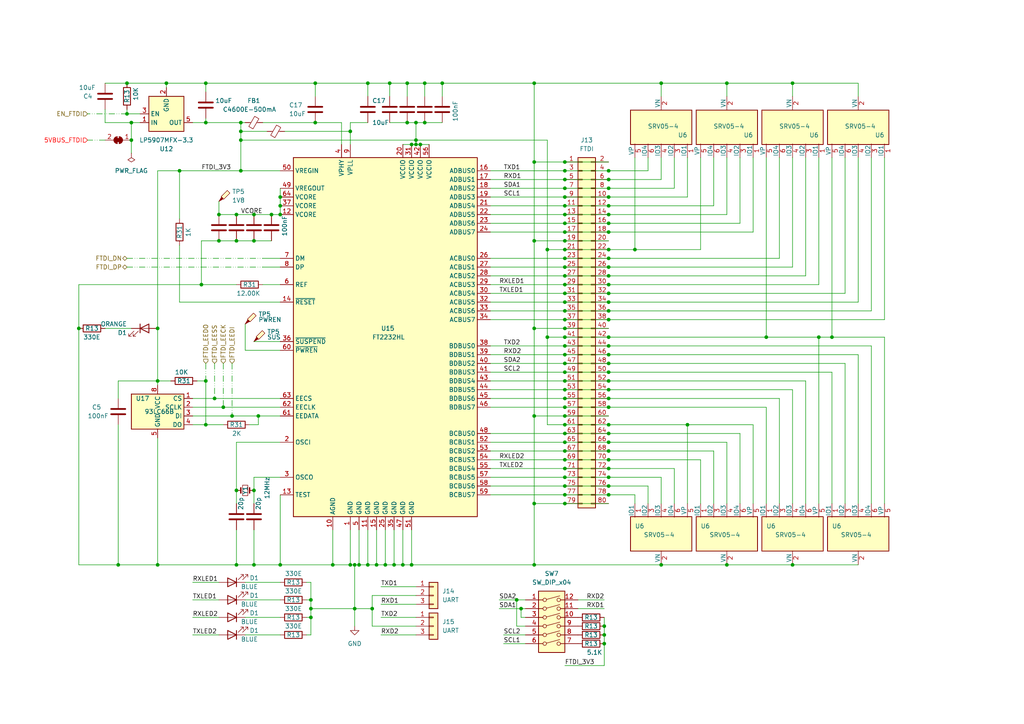
<source format=kicad_sch>
(kicad_sch (version 20230121) (generator eeschema)
  (paper "A4")
  (title_block (title "UniDebug - Unified Embedded Debug & Proto") (date "2023-12-25") (rev "R0V1") (company "Shreyas K (https://github.com/shreyask21)") (comment 1 "https://github.com/shreyask21/UniDebug") (comment 2 "Licence: CC BY-NC-SA 4.0"))
  (junction (at 163.83 146.05))
  (junction (at 163.83 49.53))
  (junction (at 163.83 69.85))
  (junction (at 36.83 24.13))
  (junction (at 163.83 95.25))
  (junction (at 210.82 163.83))
  (junction (at 163.83 125.73))
  (junction (at 69.85 49.53))
  (junction (at 163.83 143.51))
  (junction (at 176.53 140.97))
  (junction (at 176.53 125.73))
  (junction (at 90.17 179.07))
  (junction (at 68.58 62.23))
  (junction (at 45.72 95.25))
  (junction (at 120.65 35.56))
  (junction (at 163.83 82.55))
  (junction (at 184.15 72.39))
  (junction (at 91.44 35.56))
  (junction (at 123.19 35.56))
  (junction (at 163.83 110.49))
  (junction (at 175.26 181.61))
  (junction (at 154.94 146.05))
  (junction (at 176.53 107.95))
  (junction (at 73.66 163.83))
  (junction (at 163.83 46.99))
  (junction (at 163.83 128.27))
  (junction (at 48.26 24.13))
  (junction (at 176.53 59.69))
  (junction (at 163.83 64.77))
  (junction (at 229.87 24.13))
  (junction (at 163.83 140.97))
  (junction (at 45.72 163.83))
  (junction (at 163.83 67.31))
  (junction (at 120.65 40.64))
  (junction (at 163.83 57.15))
  (junction (at 59.69 24.13))
  (junction (at 176.53 85.09))
  (junction (at 68.58 163.83))
  (junction (at 163.83 85.09))
  (junction (at 210.82 24.13))
  (junction (at 63.5 62.23))
  (junction (at 176.53 110.49))
  (junction (at 111.76 163.83))
  (junction (at 175.26 184.15))
  (junction (at 176.53 74.93))
  (junction (at 163.83 80.01))
  (junction (at 81.28 62.23))
  (junction (at 163.83 90.17))
  (junction (at 96.52 163.83))
  (junction (at 69.85 35.56))
  (junction (at 176.53 57.15))
  (junction (at 106.68 24.13))
  (junction (at 163.83 107.95))
  (junction (at 101.6 38.1))
  (junction (at 176.53 97.79))
  (junction (at 106.68 163.83))
  (junction (at 158.75 72.39))
  (junction (at 176.53 80.01))
  (junction (at 176.53 77.47))
  (junction (at 52.07 49.53))
  (junction (at 176.53 49.53))
  (junction (at 229.87 163.83))
  (junction (at 123.19 24.13))
  (junction (at 176.53 128.27))
  (junction (at 22.86 95.25))
  (junction (at 109.22 163.83))
  (junction (at 176.53 115.57))
  (junction (at 199.39 123.19))
  (junction (at 176.53 102.87))
  (junction (at 154.94 95.25))
  (junction (at 102.87 163.83))
  (junction (at 191.77 163.83))
  (junction (at 163.83 77.47))
  (junction (at 102.87 176.53))
  (junction (at 176.53 82.55))
  (junction (at 163.83 92.71))
  (junction (at 114.3 163.83))
  (junction (at 191.77 24.13))
  (junction (at 176.53 133.35))
  (junction (at 163.83 100.33))
  (junction (at 163.83 123.19))
  (junction (at 63.5 69.85))
  (junction (at 121.92 41.91))
  (junction (at 158.75 97.79))
  (junction (at 38.1 35.56))
  (junction (at 163.83 72.39))
  (junction (at 176.53 123.19))
  (junction (at 118.11 24.13))
  (junction (at 69.85 38.1))
  (junction (at 176.53 67.31))
  (junction (at 163.83 115.57))
  (junction (at 73.66 62.23))
  (junction (at 163.83 138.43))
  (junction (at 163.83 118.11))
  (junction (at 120.65 41.91))
  (junction (at 59.69 110.49))
  (junction (at 176.53 143.51))
  (junction (at 176.53 54.61))
  (junction (at 176.53 62.23))
  (junction (at 163.83 62.23))
  (junction (at 62.23 115.57))
  (junction (at 163.83 97.79))
  (junction (at 34.29 163.83))
  (junction (at 59.69 35.56))
  (junction (at 113.03 24.13))
  (junction (at 175.26 186.69))
  (junction (at 78.74 62.23))
  (junction (at 73.66 142.24))
  (junction (at 163.83 130.81))
  (junction (at 58.42 82.55))
  (junction (at 176.53 87.63))
  (junction (at 68.58 69.85))
  (junction (at 74.93 120.65))
  (junction (at 90.17 173.99))
  (junction (at 176.53 90.17))
  (junction (at 176.53 100.33))
  (junction (at 163.83 113.03))
  (junction (at 176.53 105.41))
  (junction (at 176.53 138.43))
  (junction (at 163.83 74.93))
  (junction (at 101.6 163.83))
  (junction (at 241.3 97.79))
  (junction (at 36.83 33.02))
  (junction (at 163.83 105.41))
  (junction (at 119.38 41.91))
  (junction (at 154.94 46.99))
  (junction (at 116.84 163.83))
  (junction (at 81.28 163.83))
  (junction (at 176.53 135.89))
  (junction (at 163.83 120.65))
  (junction (at 176.53 118.11))
  (junction (at 222.25 97.79))
  (junction (at 154.94 69.85))
  (junction (at 163.83 52.07))
  (junction (at 154.94 163.83))
  (junction (at 163.83 54.61))
  (junction (at 176.53 92.71))
  (junction (at 81.28 59.69))
  (junction (at 163.83 59.69))
  (junction (at 176.53 113.03))
  (junction (at 149.86 173.99))
  (junction (at 45.72 110.49))
  (junction (at 128.27 24.13))
  (junction (at 176.53 64.77))
  (junction (at 69.85 40.64))
  (junction (at 64.77 118.11))
  (junction (at 118.11 35.56))
  (junction (at 163.83 102.87))
  (junction (at 67.31 120.65))
  (junction (at 107.95 176.53))
  (junction (at 176.53 52.07))
  (junction (at 154.94 120.65))
  (junction (at 176.53 72.39))
  (junction (at 68.58 142.24))
  (junction (at 38.1 40.64))
  (junction (at 151.13 176.53))
  (junction (at 119.38 163.83))
  (junction (at 237.49 97.79))
  (junction (at 163.83 87.63))
  (junction (at 176.53 130.81))
  (junction (at 104.14 163.83))
  (junction (at 91.44 24.13))
  (junction (at 59.69 123.19))
  (junction (at 154.94 24.13))
  (junction (at 163.83 133.35))
  (junction (at 163.83 135.89))
  (junction (at 73.66 69.85))
  (junction (at 90.17 176.53))
  (junction (at 81.28 57.15))
  (wire (pts (xy 90.17 173.99) (xy 90.17 176.53)))
  (wire (pts (xy 256.54 92.71) (xy 256.54 45.72)))
  (wire (pts (xy 142.24 110.49) (xy 163.83 110.49)))
  (wire (pts (xy 191.77 163.83) (xy 154.94 163.83)))
  (wire (pts (xy 142.24 138.43) (xy 163.83 138.43)))
  (wire (pts (xy 30.48 31.75) (xy 30.48 35.56)))
  (wire (pts (xy 142.24 54.61) (xy 163.83 54.61)))
  (wire (pts (xy 142.24 118.11) (xy 163.83 118.11)))
  (wire (pts (xy 175.26 186.69) (xy 175.26 184.15)))
  (wire (pts (xy 163.83 69.85) (xy 176.53 69.85)))
  (wire (pts (xy 146.05 186.69) (xy 152.4 186.69)))
  (wire (pts (xy 81.28 173.99) (xy 71.12 173.99)))
  (wire (pts (xy 67.31 120.65) (xy 74.93 120.65)))
  (wire (pts (xy 207.01 59.69) (xy 207.01 45.72)))
  (wire (pts (xy 218.44 146.05) (xy 218.44 123.19)))
  (wire (pts (xy 38.1 35.56) (xy 38.1 40.64)))
  (wire (pts (xy 163.83 138.43) (xy 176.53 138.43)))
  (wire (pts (xy 114.3 163.83) (xy 116.84 163.83)))
  (wire (pts (xy 176.53 87.63) (xy 248.92 87.63)))
  (wire (pts (xy 55.88 118.11) (xy 64.77 118.11)))
  (wire (pts (xy 36.83 24.13) (xy 48.26 24.13)))
  (wire (pts (xy 195.58 135.89) (xy 195.58 146.05)))
  (wire (pts (xy 63.5 62.23) (xy 68.58 62.23)))
  (wire (pts (xy 163.83 125.73) (xy 176.53 125.73)))
  (wire (pts (xy 72.39 123.19) (xy 74.93 123.19)))
  (wire (pts (xy 55.88 35.56) (xy 59.69 35.56)))
  (wire (pts (xy 163.83 57.15) (xy 176.53 57.15)))
  (wire (pts (xy 71.12 101.6) (xy 71.12 93.98)))
  (wire (pts (xy 142.24 74.93) (xy 163.83 74.93)))
  (wire (pts (xy 233.68 110.49) (xy 233.68 146.05)))
  (wire (pts (xy 34.29 163.83) (xy 45.72 163.83)))
  (wire (pts (xy 142.24 107.95) (xy 163.83 107.95)))
  (wire (pts (xy 107.95 172.72) (xy 120.65 172.72)))
  (wire (pts (xy 99.06 41.91) (xy 99.06 35.56)))
  (wire (pts (xy 63.5 184.15) (xy 55.88 184.15)))
  (wire (pts (xy 34.29 115.57) (xy 34.29 110.49)))
  (wire (pts (xy 218.44 123.19) (xy 199.39 123.19)))
  (wire (pts (xy 81.28 54.61) (xy 81.28 57.15)))
  (wire (pts (xy 120.65 41.91) (xy 120.65 40.64)))
  (wire (pts (xy 30.48 35.56) (xy 38.1 35.56)))
  (wire (pts (xy 163.83 130.81) (xy 176.53 130.81)))
  (wire (pts (xy 210.82 128.27) (xy 176.53 128.27)))
  (wire (pts (xy 176.53 77.47) (xy 229.87 77.47)))
  (wire (pts (xy 163.83 146.05) (xy 176.53 146.05)))
  (wire (pts (xy 142.24 87.63) (xy 163.83 87.63)))
  (wire (pts (xy 210.82 45.72) (xy 210.82 62.23)))
  (wire (pts (xy 154.94 69.85) (xy 154.94 46.99)))
  (wire (pts (xy 73.66 142.24) (xy 73.66 146.05)))
  (wire (pts (xy 142.24 102.87) (xy 163.83 102.87)))
  (wire (pts (xy 110.49 175.26) (xy 120.65 175.26)))
  (wire (pts (xy 64.77 105.41) (xy 64.77 118.11)) (stroke (width 0) (type dash_dot_dot)))
  (wire (pts (xy 71.12 35.56) (xy 69.85 35.56)))
  (wire (pts (xy 226.06 45.72) (xy 226.06 74.93)))
  (wire (pts (xy 163.83 120.65) (xy 176.53 120.65)))
  (wire (pts (xy 123.19 24.13) (xy 128.27 24.13)))
  (wire (pts (xy 111.76 163.83) (xy 114.3 163.83)))
  (wire (pts (xy 106.68 24.13) (xy 113.03 24.13)))
  (wire (pts (xy 203.2 45.72) (xy 203.2 72.39)))
  (wire (pts (xy 73.66 163.83) (xy 73.66 153.67)))
  (wire (pts (xy 90.17 173.99) (xy 88.9 173.99)))
  (wire (pts (xy 90.17 168.91) (xy 90.17 173.99)))
  (wire (pts (xy 64.77 118.11) (xy 81.28 118.11)))
  (wire (pts (xy 142.24 90.17) (xy 163.83 90.17)))
  (wire (pts (xy 176.53 82.55) (xy 237.49 82.55)))
  (wire (pts (xy 142.24 82.55) (xy 163.83 82.55)))
  (wire (pts (xy 163.83 95.25) (xy 176.53 95.25)))
  (wire (pts (xy 34.29 123.19) (xy 34.29 163.83)))
  (wire (pts (xy 119.38 163.83) (xy 119.38 153.67)))
  (wire (pts (xy 252.73 100.33) (xy 176.53 100.33)))
  (wire (pts (xy 248.92 24.13) (xy 248.92 27.94)))
  (wire (pts (xy 142.24 135.89) (xy 163.83 135.89)))
  (wire (pts (xy 57.15 110.49) (xy 59.69 110.49)))
  (wire (pts (xy 142.24 143.51) (xy 163.83 143.51)))
  (wire (pts (xy 163.83 92.71) (xy 176.53 92.71)))
  (wire (pts (xy 222.25 45.72) (xy 222.25 97.79)))
  (wire (pts (xy 63.5 173.99) (xy 55.88 173.99)))
  (wire (pts (xy 38.1 35.56) (xy 40.64 35.56)))
  (wire (pts (xy 163.83 90.17) (xy 176.53 90.17)))
  (wire (pts (xy 191.77 146.05) (xy 191.77 138.43)))
  (wire (pts (xy 237.49 82.55) (xy 237.49 45.72)))
  (wire (pts (xy 158.75 123.19) (xy 158.75 97.79)))
  (wire (pts (xy 101.6 35.56) (xy 106.68 35.56)))
  (wire (pts (xy 104.14 163.83) (xy 106.68 163.83)))
  (wire (pts (xy 163.83 135.89) (xy 176.53 135.89)))
  (wire (pts (xy 69.85 35.56) (xy 69.85 38.1)))
  (wire (pts (xy 123.19 35.56) (xy 128.27 35.56)))
  (wire (pts (xy 226.06 115.57) (xy 226.06 146.05)))
  (wire (pts (xy 163.83 113.03) (xy 176.53 113.03)))
  (wire (pts (xy 36.83 77.47) (xy 76.2 77.47)) (stroke (width 0) (type dash_dot_dot)))
  (wire (pts (xy 142.24 85.09) (xy 163.83 85.09)))
  (wire (pts (xy 163.83 105.41) (xy 176.53 105.41)))
  (wire (pts (xy 222.25 118.11) (xy 222.25 146.05)))
  (wire (pts (xy 101.6 163.83) (xy 102.87 163.83)))
  (wire (pts (xy 245.11 85.09) (xy 176.53 85.09)))
  (wire (pts (xy 59.69 26.67) (xy 59.69 24.13)))
  (wire (pts (xy 163.83 67.31) (xy 176.53 67.31)))
  (wire (pts (xy 123.19 24.13) (xy 123.19 27.94)))
  (wire (pts (xy 76.2 77.47) (xy 81.28 77.47)))
  (wire (pts (xy 154.94 120.65) (xy 154.94 95.25)))
  (wire (pts (xy 63.5 58.42) (xy 63.5 62.23)))
  (wire (pts (xy 45.72 49.53) (xy 52.07 49.53)))
  (wire (pts (xy 245.11 45.72) (xy 245.11 85.09)))
  (wire (pts (xy 58.42 69.85) (xy 63.5 69.85)))
  (wire (pts (xy 22.86 163.83) (xy 34.29 163.83)))
  (wire (pts (xy 142.24 59.69) (xy 163.83 59.69)))
  (wire (pts (xy 81.28 184.15) (xy 71.12 184.15)))
  (wire (pts (xy 45.72 163.83) (xy 68.58 163.83)))
  (wire (pts (xy 62.23 115.57) (xy 81.28 115.57)))
  (wire (pts (xy 90.17 184.15) (xy 88.9 184.15)))
  (wire (pts (xy 119.38 41.91) (xy 120.65 41.91)))
  (wire (pts (xy 176.53 143.51) (xy 184.15 143.51)))
  (wire (pts (xy 73.66 138.43) (xy 81.28 138.43)))
  (wire (pts (xy 158.75 72.39) (xy 158.75 40.64)))
  (wire (pts (xy 38.1 40.64) (xy 38.1 44.45)))
  (wire (pts (xy 167.64 176.53) (xy 175.26 176.53)))
  (wire (pts (xy 55.88 123.19) (xy 59.69 123.19)))
  (wire (pts (xy 52.07 49.53) (xy 69.85 49.53)))
  (wire (pts (xy 45.72 110.49) (xy 45.72 111.76)))
  (wire (pts (xy 59.69 110.49) (xy 59.69 123.19)))
  (wire (pts (xy 142.24 140.97) (xy 163.83 140.97)))
  (wire (pts (xy 69.85 38.1) (xy 77.47 38.1)))
  (wire (pts (xy 142.24 67.31) (xy 163.83 67.31)))
  (wire (pts (xy 142.24 77.47) (xy 163.83 77.47)))
  (wire (pts (xy 128.27 24.13) (xy 154.94 24.13)))
  (wire (pts (xy 90.17 176.53) (xy 102.87 176.53)))
  (wire (pts (xy 184.15 143.51) (xy 184.15 146.05)))
  (wire (pts (xy 248.92 102.87) (xy 248.92 146.05)))
  (wire (pts (xy 146.05 184.15) (xy 152.4 184.15)))
  (wire (pts (xy 59.69 105.41) (xy 59.69 110.49)) (stroke (width 0) (type dash_dot_dot)))
  (wire (pts (xy 214.63 64.77) (xy 214.63 45.72)))
  (wire (pts (xy 163.83 82.55) (xy 176.53 82.55)))
  (wire (pts (xy 175.26 184.15) (xy 175.26 181.61)))
  (wire (pts (xy 245.11 105.41) (xy 245.11 146.05)))
  (wire (pts (xy 207.01 130.81) (xy 207.01 146.05)))
  (wire (pts (xy 233.68 45.72) (xy 233.68 80.01)))
  (wire (pts (xy 176.53 115.57) (xy 226.06 115.57)))
  (wire (pts (xy 154.94 120.65) (xy 163.83 120.65)))
  (wire (pts (xy 113.03 24.13) (xy 113.03 27.94)))
  (wire (pts (xy 163.83 146.05) (xy 154.94 146.05)))
  (wire (pts (xy 176.53 72.39) (xy 184.15 72.39)))
  (wire (pts (xy 222.25 97.79) (xy 237.49 97.79)))
  (wire (pts (xy 76.2 35.56) (xy 91.44 35.56)))
  (wire (pts (xy 102.87 163.83) (xy 104.14 163.83)))
  (wire (pts (xy 107.95 181.61) (xy 120.65 181.61)))
  (wire (pts (xy 142.24 133.35) (xy 163.83 133.35)))
  (wire (pts (xy 55.88 120.65) (xy 67.31 120.65)))
  (wire (pts (xy 36.83 31.75) (xy 36.83 33.02)))
  (wire (pts (xy 90.17 179.07) (xy 88.9 179.07)))
  (wire (pts (xy 62.23 105.41) (xy 62.23 115.57)) (stroke (width 0) (type dash_dot_dot)))
  (wire (pts (xy 101.6 38.1) (xy 101.6 41.91)))
  (wire (pts (xy 119.38 163.83) (xy 154.94 163.83)))
  (wire (pts (xy 154.94 24.13) (xy 154.94 46.99)))
  (wire (pts (xy 142.24 49.53) (xy 163.83 49.53)))
  (wire (pts (xy 163.83 62.23) (xy 176.53 62.23)))
  (wire (pts (xy 210.82 163.83) (xy 191.77 163.83)))
  (wire (pts (xy 163.83 59.69) (xy 176.53 59.69)))
  (wire (pts (xy 110.49 170.18) (xy 120.65 170.18)))
  (wire (pts (xy 163.83 123.19) (xy 176.53 123.19)))
  (wire (pts (xy 81.28 59.69) (xy 81.28 62.23)))
  (wire (pts (xy 68.58 146.05) (xy 68.58 142.24)))
  (wire (pts (xy 199.39 57.15) (xy 176.53 57.15)))
  (wire (pts (xy 68.58 62.23) (xy 73.66 62.23)))
  (wire (pts (xy 142.24 105.41) (xy 163.83 105.41)))
  (wire (pts (xy 90.17 179.07) (xy 90.17 184.15)))
  (wire (pts (xy 176.53 97.79) (xy 222.25 97.79)))
  (wire (pts (xy 118.11 35.56) (xy 120.65 35.56)))
  (wire (pts (xy 116.84 163.83) (xy 116.84 153.67)))
  (wire (pts (xy 22.86 95.25) (xy 22.86 163.83)))
  (wire (pts (xy 68.58 69.85) (xy 73.66 69.85)))
  (wire (pts (xy 81.28 57.15) (xy 81.28 59.69)))
  (wire (pts (xy 118.11 24.13) (xy 123.19 24.13)))
  (wire (pts (xy 191.77 138.43) (xy 176.53 138.43)))
  (wire (pts (xy 52.07 63.5) (xy 52.07 49.53)))
  (wire (pts (xy 81.28 179.07) (xy 71.12 179.07)))
  (wire (pts (xy 163.83 118.11) (xy 176.53 118.11)))
  (wire (pts (xy 163.83 46.99) (xy 176.53 46.99)))
  (wire (pts (xy 120.65 35.56) (xy 123.19 35.56)))
  (wire (pts (xy 45.72 49.53) (xy 45.72 95.25)))
  (wire (pts (xy 203.2 133.35) (xy 176.53 133.35)))
  (wire (pts (xy 163.83 54.61) (xy 176.53 54.61)))
  (wire (pts (xy 163.83 97.79) (xy 176.53 97.79)))
  (wire (pts (xy 68.58 82.55) (xy 58.42 82.55)))
  (wire (pts (xy 107.95 181.61) (xy 107.95 176.53)))
  (wire (pts (xy 167.64 173.99) (xy 175.26 173.99)))
  (wire (pts (xy 36.83 33.02) (xy 25.4 33.02)) (stroke (width 0) (type dash_dot_dot)))
  (wire (pts (xy 248.92 163.83) (xy 229.87 163.83)))
  (wire (pts (xy 218.44 45.72) (xy 218.44 67.31)))
  (wire (pts (xy 176.53 140.97) (xy 187.96 140.97)))
  (wire (pts (xy 142.24 92.71) (xy 163.83 92.71)))
  (wire (pts (xy 241.3 97.79) (xy 256.54 97.79)))
  (wire (pts (xy 58.42 69.85) (xy 58.42 82.55)))
  (wire (pts (xy 203.2 146.05) (xy 203.2 133.35)))
  (wire (pts (xy 101.6 163.83) (xy 101.6 153.67)))
  (wire (pts (xy 81.28 163.83) (xy 96.52 163.83)))
  (wire (pts (xy 68.58 128.27) (xy 68.58 142.24)))
  (wire (pts (xy 106.68 24.13) (xy 106.68 27.94)))
  (wire (pts (xy 142.24 57.15) (xy 163.83 57.15)))
  (wire (pts (xy 154.94 146.05) (xy 154.94 120.65)))
  (wire (pts (xy 48.26 24.13) (xy 59.69 24.13)))
  (wire (pts (xy 116.84 41.91) (xy 119.38 41.91)))
  (wire (pts (xy 163.83 72.39) (xy 158.75 72.39)))
  (wire (pts (xy 163.83 52.07) (xy 176.53 52.07)))
  (wire (pts (xy 69.85 49.53) (xy 81.28 49.53)))
  (wire (pts (xy 30.48 40.64) (xy 25.4 40.64)) (stroke (width 0) (type dash_dot_dot)))
  (wire (pts (xy 176.53 54.61) (xy 195.58 54.61)))
  (wire (pts (xy 154.94 146.05) (xy 154.94 163.83)))
  (wire (pts (xy 256.54 97.79) (xy 256.54 146.05)))
  (wire (pts (xy 34.29 110.49) (xy 45.72 110.49)))
  (wire (pts (xy 142.24 128.27) (xy 163.83 128.27)))
  (wire (pts (xy 154.94 24.13) (xy 191.77 24.13)))
  (wire (pts (xy 210.82 62.23) (xy 176.53 62.23)))
  (wire (pts (xy 176.53 110.49) (xy 233.68 110.49)))
  (wire (pts (xy 82.55 38.1) (xy 101.6 38.1)))
  (wire (pts (xy 81.28 101.6) (xy 71.12 101.6)))
  (wire (pts (xy 48.26 24.13) (xy 48.26 25.4)))
  (wire (pts (xy 214.63 146.05) (xy 214.63 125.73)))
  (wire (pts (xy 30.48 95.25) (xy 38.1 95.25)))
  (wire (pts (xy 63.5 168.91) (xy 55.88 168.91)))
  (wire (pts (xy 229.87 24.13) (xy 248.92 24.13)))
  (wire (pts (xy 102.87 163.83) (xy 102.87 176.53)))
  (wire (pts (xy 163.83 85.09) (xy 176.53 85.09)))
  (wire (pts (xy 109.22 163.83) (xy 109.22 153.67)))
  (wire (pts (xy 218.44 67.31) (xy 176.53 67.31)))
  (wire (pts (xy 176.53 130.81) (xy 207.01 130.81)))
  (wire (pts (xy 152.4 179.07) (xy 151.13 179.07)))
  (wire (pts (xy 120.65 40.64) (xy 120.65 35.56)))
  (wire (pts (xy 110.49 184.15) (xy 120.65 184.15)))
  (wire (pts (xy 163.83 123.19) (xy 158.75 123.19)))
  (wire (pts (xy 68.58 163.83) (xy 73.66 163.83)))
  (wire (pts (xy 69.85 49.53) (xy 69.85 40.64)))
  (wire (pts (xy 74.93 120.65) (xy 81.28 120.65)))
  (wire (pts (xy 163.83 74.93) (xy 176.53 74.93)))
  (wire (pts (xy 199.39 123.19) (xy 176.53 123.19)))
  (wire (pts (xy 229.87 113.03) (xy 229.87 146.05)))
  (wire (pts (xy 142.24 125.73) (xy 163.83 125.73)))
  (wire (pts (xy 104.14 163.83) (xy 104.14 153.67)))
  (wire (pts (xy 210.82 146.05) (xy 210.82 128.27)))
  (wire (pts (xy 163.83 77.47) (xy 176.53 77.47)))
  (wire (pts (xy 241.3 107.95) (xy 176.53 107.95)))
  (wire (pts (xy 158.75 97.79) (xy 163.83 97.79)))
  (wire (pts (xy 144.78 176.53) (xy 151.13 176.53)))
  (wire (pts (xy 68.58 128.27) (xy 81.28 128.27)))
  (wire (pts (xy 111.76 163.83) (xy 111.76 153.67)))
  (wire (pts (xy 191.77 45.72) (xy 191.77 52.07)))
  (wire (pts (xy 176.53 72.39) (xy 163.83 72.39)))
  (wire (pts (xy 69.85 40.64) (xy 120.65 40.64)))
  (wire (pts (xy 73.66 99.06) (xy 81.28 99.06)))
  (wire (pts (xy 163.83 110.49) (xy 176.53 110.49)))
  (wire (pts (xy 22.86 82.55) (xy 22.86 95.25)))
  (wire (pts (xy 163.83 64.77) (xy 176.53 64.77)))
  (wire (pts (xy 233.68 80.01) (xy 176.53 80.01)))
  (wire (pts (xy 68.58 163.83) (xy 68.58 153.67)))
  (wire (pts (xy 158.75 40.64) (xy 120.65 40.64)))
  (wire (pts (xy 59.69 123.19) (xy 64.77 123.19)))
  (wire (pts (xy 142.24 115.57) (xy 163.83 115.57)))
  (wire (pts (xy 45.72 127) (xy 45.72 163.83)))
  (wire (pts (xy 163.83 100.33) (xy 176.53 100.33)))
  (wire (pts (xy 91.44 24.13) (xy 91.44 27.94)))
  (wire (pts (xy 187.96 140.97) (xy 187.96 146.05)))
  (wire (pts (xy 69.85 38.1) (xy 69.85 40.64)))
  (wire (pts (xy 163.83 115.57) (xy 176.53 115.57)))
  (wire (pts (xy 107.95 176.53) (xy 107.95 172.72)))
  (wire (pts (xy 229.87 163.83) (xy 210.82 163.83)))
  (wire (pts (xy 152.4 181.61) (xy 149.86 181.61)))
  (wire (pts (xy 176.53 64.77) (xy 214.63 64.77)))
  (wire (pts (xy 144.78 173.99) (xy 149.86 173.99)))
  (wire (pts (xy 67.31 105.41) (xy 67.31 120.65)) (stroke (width 0) (type dash_dot_dot)))
  (wire (pts (xy 237.49 97.79) (xy 237.49 146.05)))
  (wire (pts (xy 191.77 24.13) (xy 210.82 24.13)))
  (wire (pts (xy 58.42 82.55) (xy 22.86 82.55)))
  (wire (pts (xy 101.6 38.1) (xy 101.6 35.56)))
  (wire (pts (xy 81.28 168.91) (xy 71.12 168.91)))
  (wire (pts (xy 113.03 24.13) (xy 118.11 24.13)))
  (wire (pts (xy 154.94 69.85) (xy 163.83 69.85)))
  (wire (pts (xy 203.2 72.39) (xy 184.15 72.39)))
  (wire (pts (xy 96.52 163.83) (xy 96.52 153.67)))
  (wire (pts (xy 163.83 107.95) (xy 176.53 107.95)))
  (wire (pts (xy 154.94 95.25) (xy 163.83 95.25)))
  (wire (pts (xy 114.3 163.83) (xy 114.3 153.67)))
  (wire (pts (xy 90.17 176.53) (xy 90.17 179.07)))
  (wire (pts (xy 69.85 35.56) (xy 59.69 35.56)))
  (wire (pts (xy 106.68 163.83) (xy 106.68 153.67)))
  (wire (pts (xy 121.92 41.91) (xy 124.46 41.91)))
  (wire (pts (xy 163.83 140.97) (xy 176.53 140.97)))
  (wire (pts (xy 55.88 115.57) (xy 62.23 115.57)))
  (wire (pts (xy 241.3 107.95) (xy 241.3 146.05)))
  (wire (pts (xy 78.74 62.23) (xy 81.28 62.23)))
  (wire (pts (xy 252.73 45.72) (xy 252.73 90.17)))
  (wire (pts (xy 36.83 74.93) (xy 76.2 74.93)) (stroke (width 0) (type dash_dot_dot)))
  (wire (pts (xy 210.82 24.13) (xy 210.82 27.94)))
  (wire (pts (xy 175.26 181.61) (xy 175.26 179.07)))
  (wire (pts (xy 30.48 24.13) (xy 36.83 24.13)))
  (wire (pts (xy 248.92 87.63) (xy 248.92 45.72)))
  (wire (pts (xy 229.87 77.47) (xy 229.87 45.72)))
  (wire (pts (xy 73.66 142.24) (xy 73.66 138.43)))
  (wire (pts (xy 184.15 45.72) (xy 184.15 72.39)))
  (wire (pts (xy 248.92 102.87) (xy 176.53 102.87)))
  (wire (pts (xy 96.52 163.83) (xy 101.6 163.83)))
  (wire (pts (xy 106.68 163.83) (xy 109.22 163.83)))
  (wire (pts (xy 229.87 113.03) (xy 176.53 113.03)))
  (wire (pts (xy 176.53 135.89) (xy 195.58 135.89)))
  (wire (pts (xy 149.86 181.61) (xy 149.86 173.99)))
  (wire (pts (xy 142.24 52.07) (xy 163.83 52.07)))
  (wire (pts (xy 163.83 102.87) (xy 176.53 102.87)))
  (wire (pts (xy 63.5 179.07) (xy 55.88 179.07)))
  (wire (pts (xy 142.24 113.03) (xy 163.83 113.03)))
  (wire (pts (xy 45.72 95.25) (xy 45.72 110.49)))
  (wire (pts (xy 81.28 143.51) (xy 81.28 163.83)))
  (wire (pts (xy 109.22 163.83) (xy 111.76 163.83)))
  (wire (pts (xy 175.26 193.04) (xy 175.26 186.69)))
  (wire (pts (xy 52.07 87.63) (xy 81.28 87.63)))
  (wire (pts (xy 102.87 176.53) (xy 102.87 181.61)))
  (wire (pts (xy 113.03 35.56) (xy 118.11 35.56)))
  (wire (pts (xy 163.83 80.01) (xy 176.53 80.01)))
  (wire (pts (xy 142.24 62.23) (xy 163.83 62.23)))
  (wire (pts (xy 59.69 34.29) (xy 59.69 35.56)))
  (wire (pts (xy 176.53 105.41) (xy 245.11 105.41)))
  (wire (pts (xy 120.65 41.91) (xy 121.92 41.91)))
  (wire (pts (xy 142.24 100.33) (xy 163.83 100.33)))
  (wire (pts (xy 229.87 24.13) (xy 229.87 27.94)))
  (wire (pts (xy 74.93 123.19) (xy 74.93 120.65)))
  (wire (pts (xy 176.53 52.07) (xy 191.77 52.07)))
  (wire (pts (xy 142.24 130.81) (xy 163.83 130.81)))
  (wire (pts (xy 102.87 176.53) (xy 107.95 176.53)))
  (wire (pts (xy 237.49 97.79) (xy 241.3 97.79)))
  (wire (pts (xy 149.86 173.99) (xy 152.4 173.99)))
  (wire (pts (xy 199.39 146.05) (xy 199.39 123.19)))
  (wire (pts (xy 52.07 71.12) (xy 52.07 87.63)))
  (wire (pts (xy 163.83 49.53) (xy 176.53 49.53)))
  (wire (pts (xy 176.53 49.53) (xy 187.96 49.53)))
  (wire (pts (xy 63.5 69.85) (xy 68.58 69.85)))
  (wire (pts (xy 90.17 168.91) (xy 88.9 168.91)))
  (wire (pts (xy 76.2 74.93) (xy 81.28 74.93)))
  (wire (pts (xy 199.39 45.72) (xy 199.39 57.15)))
  (wire (pts (xy 151.13 179.07) (xy 151.13 176.53)))
  (wire (pts (xy 151.13 176.53) (xy 152.4 176.53)))
  (wire (pts (xy 40.64 33.02) (xy 36.83 33.02)))
  (wire (pts (xy 191.77 24.13) (xy 191.77 27.94)))
  (wire (pts (xy 163.83 128.27) (xy 176.53 128.27)))
  (wire (pts (xy 142.24 64.77) (xy 163.83 64.77)))
  (wire (pts (xy 163.83 143.51) (xy 176.53 143.51)))
  (wire (pts (xy 59.69 24.13) (xy 91.44 24.13)))
  (wire (pts (xy 176.53 92.71) (xy 256.54 92.71)))
  (wire (pts (xy 128.27 24.13) (xy 128.27 27.94)))
  (wire (pts (xy 110.49 179.07) (xy 120.65 179.07)))
  (wire (pts (xy 116.84 163.83) (xy 119.38 163.83)))
  (wire (pts (xy 73.66 163.83) (xy 81.28 163.83)))
  (wire (pts (xy 163.83 87.63) (xy 176.53 87.63)))
  (wire (pts (xy 73.66 69.85) (xy 78.74 69.85)))
  (wire (pts (xy 252.73 146.05) (xy 252.73 100.33)))
  (wire (pts (xy 195.58 54.61) (xy 195.58 45.72)))
  (wire (pts (xy 226.06 74.93) (xy 176.53 74.93)))
  (wire (pts (xy 176.53 59.69) (xy 207.01 59.69)))
  (wire (pts (xy 214.63 125.73) (xy 176.53 125.73)))
  (wire (pts (xy 76.2 82.55) (xy 81.28 82.55)))
  (wire (pts (xy 142.24 80.01) (xy 163.83 80.01)))
  (wire (pts (xy 118.11 24.13) (xy 118.11 27.94)))
  (wire (pts (xy 158.75 72.39) (xy 158.75 97.79)))
  (wire (pts (xy 163.83 193.04) (xy 175.26 193.04)))
  (wire (pts (xy 73.66 62.23) (xy 78.74 62.23)))
  (wire (pts (xy 154.94 95.25) (xy 154.94 69.85)))
  (wire (pts (xy 45.72 110.49) (xy 49.53 110.49)))
  (wire (pts (xy 210.82 24.13) (xy 229.87 24.13)))
  (wire (pts (xy 176.53 118.11) (xy 222.25 118.11)))
  (wire (pts (xy 241.3 45.72) (xy 241.3 97.79)))
  (wire (pts (xy 187.96 49.53) (xy 187.96 45.72)))
  (wire (pts (xy 91.44 35.56) (xy 99.06 35.56)))
  (wire (pts (xy 154.94 46.99) (xy 163.83 46.99)))
  (wire (pts (xy 163.83 133.35) (xy 176.53 133.35)))
  (wire (pts (xy 91.44 24.13) (xy 106.68 24.13)))
  (wire (pts (xy 252.73 90.17) (xy 176.53 90.17)))
  (label "TXLED2" (at 144.78 135.89 0))
  (label "TXD2" (at 110.49 179.07 0))
  (label "TXD2" (at 146.05 100.33 0))
  (label "RXD1" (at 175.26 176.53 180))
  (label "RXD1" (at 146.05 52.07 0))
  (label "SCL1" (at 146.05 57.15 0))
  (label "SCL2" (at 146.05 184.15 0))
  (label "SDA2" (at 146.05 105.41 0))
  (label "SCL2" (at 146.05 107.95 0))
  (label "TXLED2" (at 55.88 184.15 0))
  (label "RXLED1" (at 55.88 168.91 0))
  (label "RXLED1" (at 144.78 82.55 0))
  (label "SDA1" (at 146.05 54.61 0))
  (label "VCORE" (at 69.85 62.23 0))
  (label "FTDI_3V3" (at 58.42 49.53 0))
  (label "TXD1" (at 146.05 49.53 0))
  (label "RXD2" (at 175.26 173.99 180))
  (label "TXD1" (at 110.49 170.18 0))
  (label "RXD2" (at 146.05 102.87 0))
  (label "RXLED2" (at 144.78 133.35 0))
  (label "TXLED1" (at 144.78 85.09 0))
  (label "RXD2" (at 110.49 184.15 0))
  (label "TXLED1" (at 55.88 173.99 0))
  (label "SDA2" (at 144.78 173.99 0))
  (label "SDA1" (at 144.78 176.53 0))
  (label "SCL1" (at 146.05 186.69 0))
  (label "FTDI_3V3" (at 163.83 193.04 0))
  (label "RXLED2" (at 55.88 179.07 0))
  (label "RXD1" (at 110.49 175.26 0))
  (hierarchical_label "FTDI_DP" (shape bidirectional) (at 36.83 77.47 180))
  (hierarchical_label "FTDI_EEDO" (shape input) (at 59.69 105.41 90))
  (hierarchical_label "FTDI_EEDI" (shape input) (at 67.31 105.41 90))
  (hierarchical_label "FTDI_EECK" (shape input) (at 64.77 105.41 90))
  (hierarchical_label "5VBUS_FTDI" (shape input) (at 25.4 40.64 180))
  (hierarchical_label "EN_FTDI" (shape input) (at 25.4 33.02 180))
  (hierarchical_label "FTDI_EESS" (shape input) (at 62.23 105.41 90))
  (hierarchical_label "FTDI_DN" (shape bidirectional) (at 36.83 74.93 180))
  (symbol (lib_id "Device:LED") (at 67.31 179.07 180) (unit 1)
    (property "Reference" "D1" (at 72.39 177.8 0) (effects (justify right)))
    (property "Value" "BLUE" (at 69.85 180.34 0) (effects (justify right)))
    (property "Footprint" "LED_SMD:LED_0805_2012Metric_Pad1.15x1.40mm_HandSolder" (effects hide))
    (instances (project "UniDebug" (path "" (reference "D1") (unit 1)) (path "" (reference "D4") (unit 1)) (path "" (reference "D9") (unit 1)) (path "" (reference "D15") (unit 1))))
  )
  (symbol (lib_id "Edited_FP:SRV05-4") (at 229.87 154.94 0) (unit 1)
    (property "Reference" "U6" (at 222.25 152.59 0) (effects (justify left)))
    (property "Value" "SRV05-4" (at 224.79 155.13 0) (effects (justify left)))
    (property "Footprint" "Package_TO_SOT_SMD:SOT-23-6" (effects hide))
    (property "Datasheet" "http://www.onsemi.com/pub/Collateral/SRV05-4-D.PDF" (effects hide))
    (instances (project "UniDebug" (path "" (reference "U6") (unit 1)) (path "" (reference "U11") (unit 1)) (path "" (reference "U20") (unit 1))))
  )
  (symbol (lib_id "Device:C") (at 73.66 66.04 0) (unit 1)
    (property "Reference" "C5" (effects hide))
    (property "Value" "100nF" (effects hide))
    (property "Footprint" "Capacitor_SMD:C_0805_2012Metric_Pad1.18x1.45mm_HandSolder" (effects hide))
    (instances (project "UniDebug" (path "" (reference "C5") (unit 1)) (path "" (reference "C48") (unit 1))))
  )
  (symbol (lib_id "Device:R") (at 52.07 67.31 180) (unit 1)
    (property "Reference" "R31" (at 52.07 67.31 90))
    (property "Value" "1K" (at 54.61 66.04 90) (effects (justify left)))
    (property "Footprint" "Resistor_SMD:R_0805_2012Metric_Pad1.20x1.40mm_HandSolder" (effects hide))
    (instances (project "UniDebug" (path "" (reference "R31") (unit 1)) (path "" (reference "R40") (unit 1)) (path "" (reference "R61") (unit 1))))
  )
  (symbol (lib_id "Device:C") (at 63.5 66.04 0) (unit 1)
    (property "Reference" "C17" (effects hide))
    (property "Value" "10uF" (effects hide))
    (property "Footprint" "Capacitor_SMD:C_0805_2012Metric_Pad1.18x1.45mm_HandSolder" (effects hide))
    (instances (project "UniDebug" (path "" (reference "C17") (unit 1)) (path "" (reference "C21") (unit 1)) (path "" (reference "C47") (unit 1))))
  )
  (symbol (lib_id "Device:R") (at 171.45 179.07 270) (unit 1)
    (property "Reference" "R13" (at 171.45 179.07 90))
    (property "Value" "5.1K" (effects hide))
    (property "Footprint" "Resistor_SMD:R_0805_2012Metric_Pad1.20x1.40mm_HandSolder" (effects hide))
    (instances (project "UniDebug" (path "" (reference "R13") (unit 1)) (path "" (reference "R40") (unit 1)) (path "" (reference "R60") (unit 1)) (path "" (reference "R93") (unit 1))))
  )
  (symbol (lib_id "power:GND") (at 102.87 181.61 0) (unit 1)
    (property "Reference" "#PWR020" (effects hide))
    (property "Value" "GND" (at 102.87 186.69 0))
  )
  (symbol (lib_id "Connector:TestPoint_Probe") (at 71.12 93.98 0) (unit 1)
    (property "Reference" "TP5" (at 74.93 91.1225 0) (effects (justify left)))
    (property "Value" "PWREN" (at 74.93 92.71 0) (effects (justify left)))
    (property "Footprint" "TestPoint:TestPoint_Pad_1.0x1.0mm" (effects hide))
    (instances (project "UniDebug" (path "" (reference "TP5") (unit 1)) (path "" (reference "TP13") (unit 1)) (path "" (reference "TP14") (unit 1))))
  )
  (symbol (lib_id "Device:R") (at 85.09 173.99 90) (unit 1)
    (property "Reference" "R13" (at 85.09 173.99 90))
    (property "Value" "330E" (at 87.63 171.45 90) (effects (justify left)))
    (property "Footprint" "Resistor_SMD:R_0805_2012Metric_Pad1.20x1.40mm_HandSolder" (effects hide))
    (instances (project "UniDebug" (path "" (reference "R13") (unit 1)) (path "" (reference "R48") (unit 1)) (path "" (reference "R57") (unit 1)) (path "" (reference "R68") (unit 1))))
  )
  (symbol (lib_id "Device:R") (at 85.09 168.91 90) (unit 1)
    (property "Reference" "R13" (at 85.09 168.91 90))
    (property "Value" "330E" (at 87.63 166.37 90) (effects (justify left)))
    (property "Footprint" "Resistor_SMD:R_0805_2012Metric_Pad1.20x1.40mm_HandSolder" (effects hide))
    (instances (project "UniDebug" (path "" (reference "R13") (unit 1)) (path "" (reference "R46") (unit 1)) (path "" (reference "R56") (unit 1)) (path "" (reference "R67") (unit 1))))
  )
  (symbol (lib_id "Edited_FP:SRV05-4") (at 210.82 154.94 0) (unit 1)
    (property "Reference" "U6" (at 203.2 152.59 0) (effects (justify left)))
    (property "Value" "SRV05-4" (at 205.74 155.13 0) (effects (justify left)))
    (property "Footprint" "Package_TO_SOT_SMD:SOT-23-6" (effects hide))
    (property "Datasheet" "http://www.onsemi.com/pub/Collateral/SRV05-4-D.PDF" (effects hide))
    (instances (project "UniDebug" (path "" (reference "U6") (unit 1)) (path "" (reference "U11") (unit 1)) (path "" (reference "U19") (unit 1))))
  )
  (symbol (lib_id "Connector_Generic:Conn_02x40_Odd_Even") (at 168.91 95.25 0) (unit 1)
    (property "Reference" "J13" (at 170.18 40.64 0))
    (property "Value" "FTDI" (at 170.18 43.18 0))
    (property "Footprint" "Connector_PinHeader_2.54mm:PinHeader_2x40_P2.54mm_Vertical" (effects hide))
  )
  (symbol (lib_id "Device:C") (at 78.74 66.04 0) (unit 1)
    (property "Reference" "C5" (effects hide))
    (property "Value" "100nF" (effects hide))
    (property "Footprint" "Capacitor_SMD:C_0805_2012Metric_Pad1.18x1.45mm_HandSolder" (effects hide))
    (instances (project "UniDebug" (path "" (reference "C5") (unit 1)) (path "" (reference "C49") (unit 1))))
  )
  (symbol (lib_id "Device:R") (at 171.45 181.61 270) (unit 1)
    (property "Reference" "R13" (at 171.45 181.61 90))
    (property "Value" "5.1K" (effects hide))
    (property "Footprint" "Resistor_SMD:R_0805_2012Metric_Pad1.20x1.40mm_HandSolder" (effects hide))
    (instances (project "UniDebug" (path "" (reference "R13") (unit 1)) (path "" (reference "R40") (unit 1)) (path "" (reference "R60") (unit 1)) (path "" (reference "R94") (unit 1))))
  )
  (symbol (lib_id "Device:LED") (at 41.91 95.25 0) (unit 1)
    (property "Reference" "D1" (at 36.83 96.52 0) (effects (justify right)))
    (property "Value" "ORANGE" (at 36.83 93.98 0) (effects (justify right)))
    (property "Footprint" "LED_SMD:LED_0805_2012Metric_Pad1.15x1.40mm_HandSolder" (effects hide))
    (instances (project "UniDebug" (path "" (reference "D1") (unit 1)) (path "" (reference "D3") (unit 1)) (path "" (reference "D8") (unit 1)) (path "" (reference "D21") (unit 1))))
  )
  (symbol (lib_id "Device:C") (at 68.58 149.86 180) (unit 1)
    (property "Reference" "C7" (effects hide))
    (property "Value" "20p" (at 69.85 146.05 90))
    (property "Footprint" "Capacitor_SMD:C_0805_2012Metric_Pad1.18x1.45mm_HandSolder" (effects hide))
    (instances (project "UniDebug" (path "" (reference "C7") (unit 1)) (path "" (reference "C29") (unit 1)) (path "" (reference "C58") (unit 1))))
  )
  (symbol (lib_id "Jumper:SolderJumper_2_Bridged") (at 34.29 40.64 180) (unit 1)
    (property "Reference" "JP5" (effects hide))
    (property "Value" "SolderJumper_2_Bridged" (effects hide))
    (property "Footprint" "Jumper:SolderJumper-2_P1.3mm_Open_RoundedPad1.0x1.5mm" (effects hide))
    (instances (project "UniDebug" (path "" (reference "JP5") (unit 1)) (path "" (reference "JP11") (unit 1)) (path "" (reference "JP11") (unit 1))))
  )
  (symbol (lib_id "Connector_Generic:Conn_01x03") (at 125.73 181.61 0) (unit 1)
    (property "Reference" "J15" (at 128.27 180.34 0) (effects (justify left)))
    (property "Value" "UART" (at 128.27 182.88 0) (effects (justify left)))
    (property "Footprint" "Connector_JST:JST_XH_B3B-XH-A_1x03_P2.50mm_Vertical" (effects hide))
  )
  (symbol (lib_id "Device:R") (at 171.45 186.69 270) (unit 1)
    (property "Reference" "R13" (at 171.45 186.69 90))
    (property "Value" "5.1K" (at 170.18 189.23 90) (effects (justify left)))
    (property "Footprint" "Resistor_SMD:R_0805_2012Metric_Pad1.20x1.40mm_HandSolder" (effects hide))
    (instances (project "UniDebug" (path "" (reference "R13") (unit 1)) (path "" (reference "R40") (unit 1)) (path "" (reference "R60") (unit 1)) (path "" (reference "R96") (unit 1))))
  )
  (symbol (lib_id "Device:FerriteBead_Small") (at 80.01 38.1 90) (unit 1)
    (property "Reference" "FB2" (effects hide))
    (property "Value" "600E-500mA" (effects hide))
    (property "Footprint" "Inductor_SMD:L_0805_2012Metric_Pad1.15x1.40mm_HandSolder" (effects hide))
  )
  (symbol (lib_id "Device:R") (at 26.67 95.25 270) (unit 1)
    (property "Reference" "R13" (at 26.67 95.25 90))
    (property "Value" "330E" (at 24.13 97.79 90) (effects (justify left)))
    (property "Footprint" "Resistor_SMD:R_0805_2012Metric_Pad1.20x1.40mm_HandSolder" (effects hide))
    (instances (project "UniDebug" (path "" (reference "R13") (unit 1)) (path "" (reference "R33") (unit 1)) (path "" (reference "R55") (unit 1)) (path "" (reference "R19") (unit 1))))
  )
  (symbol (lib_id "Regulator_Linear:LP5907MFX-3.3") (at 48.26 33.02 0) (mirror x) (unit 1)
    (property "Reference" "U12" (at 48.26 43.18 0))
    (property "Value" "LP5907MFX-3.3" (at 48.26 40.64 0))
    (property "Footprint" "Package_TO_SOT_SMD:SOT-23-5" (effects hide))
    (property "Datasheet" "http://www.ti.com/lit/ds/symlink/lp5907.pdf" (effects hide))
    (instances (project "UniDebug" (path "" (reference "U12") (unit 1)) (path "" (reference "U16") (unit 1)) (path "" (reference "U26") (unit 1))))
  )
  (symbol (lib_id "Device:C") (at 91.44 31.75 0) (unit 1)
    (property "Reference" "C17" (at 83.82 30.48 0) (effects (justify left)))
    (property "Value" "10uF" (at 83.82 33.02 0) (effects (justify left)))
    (property "Footprint" "Capacitor_SMD:C_0805_2012Metric_Pad1.18x1.45mm_HandSolder" (effects hide))
    (instances (project "UniDebug" (path "" (reference "C17") (unit 1)) (path "" (reference "C21") (unit 1)) (path "" (reference "C56") (unit 1))))
  )
  (symbol (lib_id "Device:R") (at 85.09 179.07 90) (unit 1)
    (property "Reference" "R13" (at 85.09 179.07 90))
    (property "Value" "330E" (at 87.63 176.53 90) (effects (justify left)))
    (property "Footprint" "Resistor_SMD:R_0805_2012Metric_Pad1.20x1.40mm_HandSolder" (effects hide))
    (instances (project "UniDebug" (path "" (reference "R13") (unit 1)) (path "" (reference "R46") (unit 1)) (path "" (reference "R56") (unit 1)) (path "" (reference "R69") (unit 1))))
  )
  (symbol (lib_id "Edited_FP:SRV05-4") (at 229.87 36.83 180) (unit 1)
    (property "Reference" "U6" (at 237.49 39.18 0) (effects (justify left)))
    (property "Value" "SRV05-4" (at 234.95 36.64 0) (effects (justify left)))
    (property "Footprint" "Package_TO_SOT_SMD:SOT-23-6" (effects hide))
    (property "Datasheet" "http://www.onsemi.com/pub/Collateral/SRV05-4-D.PDF" (effects hide))
    (instances (project "UniDebug" (path "" (reference "U6") (unit 1)) (path "" (reference "U11") (unit 1)) (path "" (reference "U23") (unit 1))))
  )
  (symbol (lib_id "Edited_FP:93LCxxB") (at 45.72 119.38 0) (unit 1)
    (property "Reference" "U17" (at 39.37 115.57 0) (effects (justify left)))
    (property "Value" "93LC66B" (at 41.91 119.38 0) (effects (justify left)))
    (property "Footprint" "Package_SO:SOIC-8_3.9x4.9mm_P1.27mm" (effects hide))
    (property "Datasheet" "http://ww1.microchip.com/downloads/en/DeviceDoc/20001749K.pdf" (effects hide))
  )
  (symbol (lib_id "Device:Crystal_Small") (at 71.12 142.24 180) (unit 1)
    (property "Reference" "Y1" (at 71.12 143.51 90) (effects (justify right)))
    (property "Value" "12MHz" (at 77.47 144.78 90) (effects (justify right)))
    (property "Footprint" "Crystal:Crystal_SMD_HC49-SD" (effects hide))
    (instances (project "UniDebug" (path "" (reference "Y1") (unit 1)) (path "" (reference "Y3") (unit 1)) (path "" (reference "Y4") (unit 1))))
  )
  (symbol (lib_id "Edited_FP:SRV05-4") (at 210.82 36.83 180) (unit 1)
    (property "Reference" "U6" (at 218.44 39.18 0) (effects (justify left)))
    (property "Value" "SRV05-4" (at 215.9 36.64 0) (effects (justify left)))
    (property "Footprint" "Package_TO_SOT_SMD:SOT-23-6" (effects hide))
    (property "Datasheet" "http://www.onsemi.com/pub/Collateral/SRV05-4-D.PDF" (effects hide))
    (instances (project "UniDebug" (path "" (reference "U6") (unit 1)) (path "" (reference "U11") (unit 1)) (path "" (reference "U24") (unit 1))))
  )
  (symbol (lib_id "Device:C") (at 68.58 66.04 0) (unit 1)
    (property "Reference" "C5" (effects hide))
    (property "Value" "100nF" (at 82.55 68.58 90) (effects (justify left)))
    (property "Footprint" "Capacitor_SMD:C_0805_2012Metric_Pad1.18x1.45mm_HandSolder" (effects hide))
    (instances (project "UniDebug" (path "" (reference "C5") (unit 1)) (path "" (reference "C45") (unit 1))))
  )
  (symbol (lib_id "Device:LED") (at 67.31 184.15 180) (unit 1)
    (property "Reference" "D1" (at 72.39 182.88 0) (effects (justify right)))
    (property "Value" "BLUE" (at 69.85 185.42 0) (effects (justify right)))
    (property "Footprint" "LED_SMD:LED_0805_2012Metric_Pad1.15x1.40mm_HandSolder" (effects hide))
    (instances (project "UniDebug" (path "" (reference "D1") (unit 1)) (path "" (reference "D5") (unit 1)) (path "" (reference "D10") (unit 1)) (path "" (reference "D16") (unit 1))))
  )
  (symbol (lib_id "Device:C") (at 118.11 31.75 180) (unit 1)
    (property "Reference" "C5" (effects hide))
    (property "Value" "100nF" (effects hide))
    (property "Footprint" "Capacitor_SMD:C_0805_2012Metric_Pad1.18x1.45mm_HandSolder" (effects hide))
    (instances (project "UniDebug" (path "" (reference "C5") (unit 1)) (path "" (reference "C52") (unit 1))))
  )
  (symbol (lib_id "Device:R") (at 36.83 27.94 0) (unit 1)
    (property "Reference" "R13" (at 36.83 27.94 90))
    (property "Value" "10K" (at 39.37 29.21 90) (effects (justify left)))
    (property "Footprint" "Resistor_SMD:R_0805_2012Metric_Pad1.20x1.40mm_HandSolder" (effects hide))
    (instances (project "UniDebug" (path "" (reference "R13") (unit 1)) (path "" (reference "R40") (unit 1)) (path "" (reference "R60") (unit 1)) (path "" (reference "R71") (unit 1))))
  )
  (symbol (lib_id "Connector_Generic:Conn_01x03") (at 125.73 172.72 0) (unit 1)
    (property "Reference" "J14" (at 128.27 171.45 0) (effects (justify left)))
    (property "Value" "UART" (at 128.27 173.99 0) (effects (justify left)))
    (property "Footprint" "Connector_JST:JST_XH_B3B-XH-A_1x03_P2.50mm_Vertical" (effects hide))
  )
  (symbol (lib_id "Device:FerriteBead_Small") (at 73.66 35.56 90) (unit 1)
    (property "Reference" "FB1" (at 73.6219 29.21 90))
    (property "Value" "600E-500mA" (at 73.6219 31.75 90))
    (property "Footprint" "Inductor_SMD:L_0805_2012Metric_Pad1.15x1.40mm_HandSolder" (effects hide))
  )
  (symbol (lib_id "Edited_FP:SRV05-4") (at 191.77 154.94 0) (unit 1)
    (property "Reference" "U6" (at 184.15 152.59 0) (effects (justify left)))
    (property "Value" "SRV05-4" (at 186.69 155.13 0) (effects (justify left)))
    (property "Footprint" "Package_TO_SOT_SMD:SOT-23-6" (effects hide))
    (property "Datasheet" "http://www.onsemi.com/pub/Collateral/SRV05-4-D.PDF" (effects hide))
    (instances (project "UniDebug" (path "" (reference "U6") (unit 1)) (path "" (reference "U11") (unit 1)) (path "" (reference "U18") (unit 1))))
  )
  (symbol (lib_id "Device:R") (at 68.58 123.19 270) (unit 1)
    (property "Reference" "R31" (at 68.58 123.19 90))
    (property "Value" "2K" (at 67.31 125.73 90) (effects (justify left)))
    (property "Footprint" "Resistor_SMD:R_0805_2012Metric_Pad1.20x1.40mm_HandSolder" (effects hide))
    (instances (project "UniDebug" (path "" (reference "R31") (unit 1)) (path "" (reference "R40") (unit 1)) (path "" (reference "R63") (unit 1))))
  )
  (symbol (lib_id "Device:C") (at 73.66 149.86 180) (unit 1)
    (property "Reference" "C6" (effects hide))
    (property "Value" "20p" (at 74.93 146.05 90))
    (property "Footprint" "Capacitor_SMD:C_0805_2012Metric_Pad1.18x1.45mm_HandSolder" (effects hide))
    (instances (project "UniDebug" (path "" (reference "C6") (unit 1)) (path "" (reference "C30") (unit 1)) (path "" (reference "C59") (unit 1))))
  )
  (symbol (lib_id "Edited_FP:FT2232HL") (at 111.76 97.79 0) (unit 1)
    (property "Reference" "U15" (at 110.49 95.25 0) (effects (justify left)))
    (property "Value" "FT2232HL" (at 107.95 97.79 0) (effects (justify left)))
    (property "Footprint" "Package_QFP:LQFP-64_10x10mm_P0.5mm" (effects hide))
    (property "Datasheet" "https://www.ftdichip.com/Support/Documents/DataSheets/ICs/DS_FT2232H.pdf" (effects hide))
  )
  (symbol (lib_id "Device:C") (at 123.19 31.75 180) (unit 1)
    (property "Reference" "C5" (effects hide))
    (property "Value" "100nF" (effects hide))
    (property "Footprint" "Capacitor_SMD:C_0805_2012Metric_Pad1.18x1.45mm_HandSolder" (effects hide))
    (instances (project "UniDebug" (path "" (reference "C5") (unit 1)) (path "" (reference "C51") (unit 1))))
  )
  (symbol (lib_id "Edited_FP:SRV05-4") (at 248.92 36.83 180) (unit 1)
    (property "Reference" "U6" (at 256.54 39.18 0) (effects (justify left)))
    (property "Value" "SRV05-4" (at 254 36.64 0) (effects (justify left)))
    (property "Footprint" "Package_TO_SOT_SMD:SOT-23-6" (effects hide))
    (property "Datasheet" "http://www.onsemi.com/pub/Collateral/SRV05-4-D.PDF" (effects hide))
    (instances (project "UniDebug" (path "" (reference "U6") (unit 1)) (path "" (reference "U11") (unit 1)) (path "" (reference "U22") (unit 1))))
  )
  (symbol (lib_id "Device:R") (at 85.09 184.15 90) (unit 1)
    (property "Reference" "R13" (at 85.09 184.15 90))
    (property "Value" "330E" (at 87.63 181.61 90) (effects (justify left)))
    (property "Footprint" "Resistor_SMD:R_0805_2012Metric_Pad1.20x1.40mm_HandSolder" (effects hide))
    (instances (project "UniDebug" (path "" (reference "R13") (unit 1)) (path "" (reference "R48") (unit 1)) (path "" (reference "R57") (unit 1)) (path "" (reference "R70") (unit 1))))
  )
  (symbol (lib_id "Device:R") (at 53.34 110.49 90) (unit 1)
    (property "Reference" "R31" (at 53.34 110.49 90))
    (property "Value" "10K" (at 54.61 107.95 90) (effects (justify left)))
    (property "Footprint" "Resistor_SMD:R_0805_2012Metric_Pad1.20x1.40mm_HandSolder" (effects hide))
    (instances (project "UniDebug" (path "" (reference "R31") (unit 1)) (path "" (reference "R40") (unit 1)) (path "" (reference "R64") (unit 1))))
  )
  (symbol (lib_id "Edited_FP:SRV05-4") (at 191.77 36.83 180) (unit 1)
    (property "Reference" "U6" (at 199.39 39.18 0) (effects (justify left)))
    (property "Value" "SRV05-4" (at 196.85 36.64 0) (effects (justify left)))
    (property "Footprint" "Package_TO_SOT_SMD:SOT-23-6" (effects hide))
    (property "Datasheet" "http://www.onsemi.com/pub/Collateral/SRV05-4-D.PDF" (effects hide))
    (instances (project "UniDebug" (path "" (reference "U6") (unit 1)) (path "" (reference "U11") (unit 1)) (path "" (reference "U25") (unit 1))))
  )
  (symbol (lib_id "Connector:TestPoint_Probe") (at 63.5 58.42 0) (unit 1)
    (property "Reference" "TP5" (at 67.31 55.5625 0) (effects (justify left)))
    (property "Value" "1V8" (at 67.31 58.1025 0) (effects (justify left)))
    (property "Footprint" "TestPoint:TestPoint_Pad_1.0x1.0mm" (effects hide))
    (instances (project "UniDebug" (path "" (reference "TP5") (unit 1)) (path "" (reference "TP13") (unit 1)) (path "" (reference "TP18") (unit 1))))
  )
  (symbol (lib_id "Connector:TestPoint_Probe") (at 73.66 99.06 0) (unit 1)
    (property "Reference" "TP5" (at 77.47 96.2025 0) (effects (justify left)))
    (property "Value" "SUS" (at 77.47 97.79 0) (effects (justify left)))
    (property "Footprint" "TestPoint:TestPoint_Pad_1.0x1.0mm" (effects hide))
    (instances (project "UniDebug" (path "" (reference "TP5") (unit 1)) (path "" (reference "TP13") (unit 1)) (path "" (reference "TP17") (unit 1))))
  )
  (symbol (lib_id "Device:R") (at 72.39 82.55 270) (unit 1)
    (property "Reference" "R31" (at 72.39 82.55 90))
    (property "Value" "12.00K" (at 68.58 85.09 90) (effects (justify left)))
    (property "Footprint" "Resistor_SMD:R_0805_2012Metric_Pad1.20x1.40mm_HandSolder" (effects hide))
    (instances (project "UniDebug" (path "" (reference "R31") (unit 1)) (path "" (reference "R40") (unit 1)) (path "" (reference "R62") (unit 1))))
  )
  (symbol (lib_id "Device:LED") (at 67.31 168.91 180) (unit 1)
    (property "Reference" "D1" (at 72.39 167.64 0) (effects (justify right)))
    (property "Value" "BLUE" (at 69.85 170.18 0) (effects (justify right)))
    (property "Footprint" "LED_SMD:LED_0805_2012Metric_Pad1.15x1.40mm_HandSolder" (effects hide))
    (instances (project "UniDebug" (path "" (reference "D1") (unit 1)) (path "" (reference "D4") (unit 1)) (path "" (reference "D9") (unit 1)) (path "" (reference "D13") (unit 1))))
  )
  (symbol (lib_id "Device:R") (at 171.45 184.15 270) (unit 1)
    (property "Reference" "R13" (at 171.45 184.15 90))
    (property "Value" "5.1K" (effects hide))
    (property "Footprint" "Resistor_SMD:R_0805_2012Metric_Pad1.20x1.40mm_HandSolder" (effects hide))
    (instances (project "UniDebug" (path "" (reference "R13") (unit 1)) (path "" (reference "R40") (unit 1)) (path "" (reference "R60") (unit 1)) (path "" (reference "R95") (unit 1))))
  )
  (symbol (lib_id "Device:C") (at 34.29 119.38 0) (unit 1)
    (property "Reference" "C5" (at 26.67 118.11 0) (effects (justify left)))
    (property "Value" "100nF" (at 25.4 120.65 0) (effects (justify left)))
    (property "Footprint" "Capacitor_SMD:C_0805_2012Metric_Pad1.18x1.45mm_HandSolder" (effects hide))
    (instances (project "UniDebug" (path "" (reference "C5") (unit 1)) (path "" (reference "C60") (unit 1))))
  )
  (symbol (lib_id "Device:C") (at 30.48 27.94 0) (mirror x) (unit 1)
    (property "Reference" "C4" (at 24.13 27.94 0) (effects (justify left)))
    (property "Value" "10uF" (at 22.86 25.4 0) (effects (justify left)))
    (property "Footprint" "Capacitor_SMD:C_0805_2012Metric_Pad1.18x1.45mm_HandSolder" (effects hide))
    (instances (project "UniDebug" (path "" (reference "C4") (unit 1)) (path "" (reference "C22") (unit 1)) (path "" (reference "C33") (unit 1)) (path "" (reference "C62") (unit 1))))
  )
  (symbol (lib_id "Device:C") (at 59.69 30.48 180) (unit 1)
    (property "Reference" "C4" (at 67.31 31.75 0) (effects (justify left)))
    (property "Value" "10uF" (at 67.31 29.21 0) (effects (justify left)))
    (property "Footprint" "Capacitor_SMD:C_0805_2012Metric_Pad1.18x1.45mm_HandSolder" (effects hide))
    (instances (project "UniDebug" (path "" (reference "C4") (unit 1)) (path "" (reference "C21") (unit 1)) (path "" (reference "C31") (unit 1)) (path "" (reference "C61") (unit 1))))
  )
  (symbol (lib_id "Device:C") (at 106.68 31.75 0) (unit 1)
    (property "Reference" "C17" (at 107.95 29.21 0) (effects (justify left)))
    (property "Value" "10uF" (at 107.95 35.56 0) (effects (justify left)))
    (property "Footprint" "Capacitor_SMD:C_0805_2012Metric_Pad1.18x1.45mm_HandSolder" (effects hide))
    (instances (project "UniDebug" (path "" (reference "C17") (unit 1)) (path "" (reference "C21") (unit 1)) (path "" (reference "C57") (unit 1))))
  )
  (symbol (lib_id "Device:LED") (at 67.31 173.99 180) (unit 1)
    (property "Reference" "D1" (at 72.39 172.72 0) (effects (justify right)))
    (property "Value" "BLUE" (at 69.85 175.26 0) (effects (justify right)))
    (property "Footprint" "LED_SMD:LED_0805_2012Metric_Pad1.15x1.40mm_HandSolder" (effects hide))
    (instances (project "UniDebug" (path "" (reference "D1") (unit 1)) (path "" (reference "D5") (unit 1)) (path "" (reference "D10") (unit 1)) (path "" (reference "D14") (unit 1))))
  )
  (symbol (lib_id "Device:C") (at 113.03 31.75 180) (unit 1)
    (property "Reference" "C5" (effects hide))
    (property "Value" "100nF" (effects hide))
    (property "Footprint" "Capacitor_SMD:C_0805_2012Metric_Pad1.18x1.45mm_HandSolder" (effects hide))
    (instances (project "UniDebug" (path "" (reference "C5") (unit 1)) (path "" (reference "C53") (unit 1))))
  )
  (symbol (lib_id "power:PWR_FLAG") (at 38.1 44.45 180) (unit 1)
    (property "Reference" "#FLG07" (effects hide))
    (property "Value" "PWR_FLAG" (at 38.1 49.53 0))
  )
  (symbol (lib_id "Edited_FP:SRV05-4") (at 248.92 154.94 0) (unit 1)
    (property "Reference" "U6" (at 241.3 152.59 0) (effects (justify left)))
    (property "Value" "SRV05-4" (at 243.84 155.13 0) (effects (justify left)))
    (property "Footprint" "Package_TO_SOT_SMD:SOT-23-6" (effects hide))
    (property "Datasheet" "http://www.onsemi.com/pub/Collateral/SRV05-4-D.PDF" (effects hide))
    (instances (project "UniDebug" (path "" (reference "U6") (unit 1)) (path "" (reference "U11") (unit 1)) (path "" (reference "U21") (unit 1))))
  )
  (symbol (lib_id "Switch:SW_DIP_x06") (at 160.02 181.61 0) (unit 1)
    (property "Reference" "SW7" (at 160.02 166.37 0))
    (property "Value" "SW_DIP_x04" (at 160.02 168.91 0))
    (property "Footprint" "Button_Switch_THT:SW_DIP_SPSTx06_Slide_9.78x17.42mm_W7.62mm_P2.54mm" (effects hide))
  )
  (symbol (lib_id "Device:C") (at 128.27 31.75 180) (unit 1)
    (property "Reference" "C5" (effects hide))
    (property "Value" "100nF" (at 132.08 29.21 90) (effects (justify left)))
    (property "Footprint" "Capacitor_SMD:C_0805_2012Metric_Pad1.18x1.45mm_HandSolder" (effects hide))
    (instances (project "UniDebug" (path "" (reference "C5") (unit 1)) (path "" (reference "C50") (unit 1))))
  )
)
</source>
